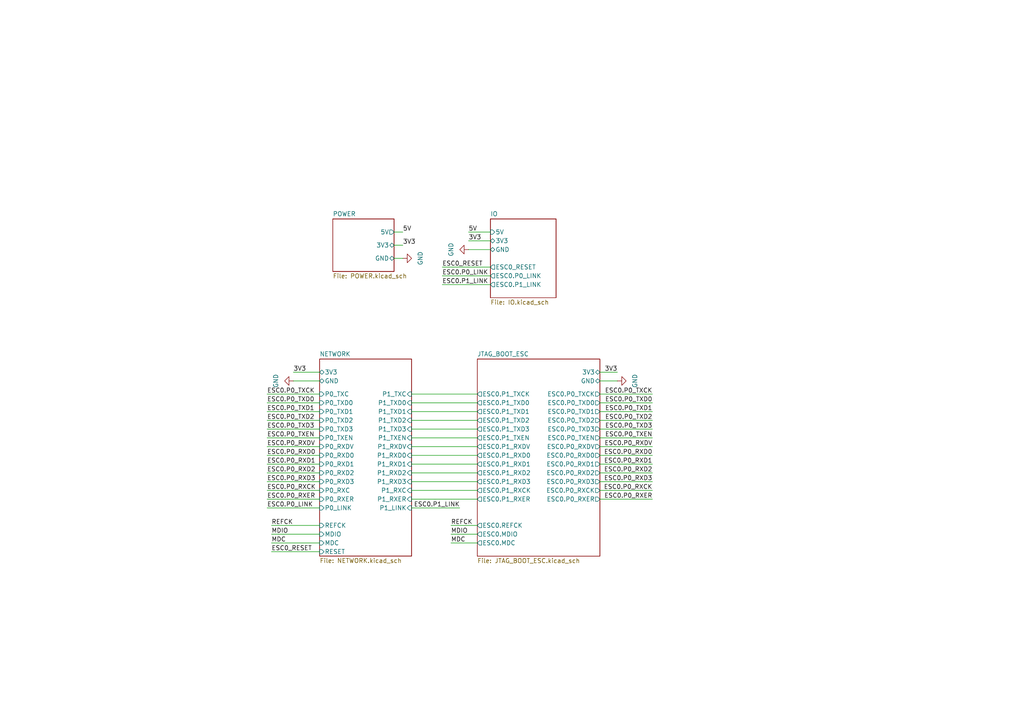
<source format=kicad_sch>
(kicad_sch (version 20250114) (generator "eeschema") (generator_version "9.0")
  (paper "A4")
  (title_block (title "HPM5E31IPB1") (date "2025-10-30") (rev "V0.1") (company "MouseGlueBoard"))
  (lib_symbols
    (symbol "power:GND" (power) (pin_numbers (hide yes)) (pin_names (offset 0) (hide yes))
      (property "Value" "GND" (at 0 -3.81 0))
      (symbol "GND_0_1"
        (polyline (pts (xy 0 0) (xy 0 -1.27) (xy 1.27 -1.27) (xy 0 -2.54) (xy -1.27 -1.27) (xy 0 -1.27)))
      )
      (symbol "GND_1_1"
        (pin power_in line (at 0 0 270) (length 0) (name "~") (number "1"))
      )
    )
  )
  (wire (pts (xy 92.71 116.84) (xy 77.47 116.84)))
  (wire (pts (xy 92.71 139.7) (xy 77.47 139.7)))
  (wire (pts (xy 114.3 74.93) (xy 116.84 74.93)))
  (wire (pts (xy 92.71 121.92) (xy 77.47 121.92)))
  (wire (pts (xy 119.38 147.32) (xy 133.35 147.32)))
  (wire (pts (xy 173.99 116.84) (xy 189.23 116.84)))
  (wire (pts (xy 119.38 127) (xy 138.43 127)))
  (wire (pts (xy 114.3 71.12) (xy 116.84 71.12)))
  (wire (pts (xy 173.99 137.16) (xy 189.23 137.16)))
  (wire (pts (xy 92.71 129.54) (xy 77.47 129.54)))
  (wire (pts (xy 173.99 129.54) (xy 189.23 129.54)))
  (wire (pts (xy 128.27 77.47) (xy 142.24 77.47)))
  (wire (pts (xy 119.38 139.7) (xy 138.43 139.7)))
  (wire (pts (xy 130.81 152.4) (xy 138.43 152.4)))
  (wire (pts (xy 173.99 124.46) (xy 189.23 124.46)))
  (wire (pts (xy 92.71 134.62) (xy 77.47 134.62)))
  (wire (pts (xy 173.99 127) (xy 189.23 127)))
  (wire (pts (xy 92.71 119.38) (xy 77.47 119.38)))
  (wire (pts (xy 92.71 124.46) (xy 77.47 124.46)))
  (wire (pts (xy 130.81 154.94) (xy 138.43 154.94)))
  (wire (pts (xy 173.99 107.95) (xy 179.07 107.95)))
  (wire (pts (xy 173.99 134.62) (xy 189.23 134.62)))
  (wire (pts (xy 119.38 134.62) (xy 138.43 134.62)))
  (wire (pts (xy 92.71 114.3) (xy 77.47 114.3)))
  (wire (pts (xy 119.38 116.84) (xy 138.43 116.84)))
  (wire (pts (xy 130.81 157.48) (xy 138.43 157.48)))
  (wire (pts (xy 173.99 121.92) (xy 189.23 121.92)))
  (wire (pts (xy 119.38 129.54) (xy 138.43 129.54)))
  (wire (pts (xy 92.71 127) (xy 77.47 127)))
  (wire (pts (xy 173.99 139.7) (xy 189.23 139.7)))
  (wire (pts (xy 92.71 144.78) (xy 77.47 144.78)))
  (wire (pts (xy 119.38 132.08) (xy 138.43 132.08)))
  (wire (pts (xy 119.38 137.16) (xy 138.43 137.16)))
  (wire (pts (xy 128.27 82.55) (xy 142.24 82.55)))
  (wire (pts (xy 78.74 154.94) (xy 92.71 154.94)))
  (wire (pts (xy 119.38 124.46) (xy 138.43 124.46)))
  (wire (pts (xy 135.89 72.39) (xy 142.24 72.39)))
  (wire (pts (xy 85.09 107.95) (xy 92.71 107.95)))
  (wire (pts (xy 119.38 142.24) (xy 138.43 142.24)))
  (wire (pts (xy 114.3 67.31) (xy 116.84 67.31)))
  (wire (pts (xy 173.99 114.3) (xy 189.23 114.3)))
  (wire (pts (xy 77.47 147.32) (xy 92.71 147.32)))
  (wire (pts (xy 78.74 152.4) (xy 92.71 152.4)))
  (wire (pts (xy 85.09 110.49) (xy 92.71 110.49)))
  (wire (pts (xy 173.99 142.24) (xy 189.23 142.24)))
  (wire (pts (xy 119.38 121.92) (xy 138.43 121.92)))
  (wire (pts (xy 119.38 144.78) (xy 138.43 144.78)))
  (wire (pts (xy 135.89 67.31) (xy 142.24 67.31)))
  (wire (pts (xy 92.71 132.08) (xy 77.47 132.08)))
  (wire (pts (xy 128.27 80.01) (xy 142.24 80.01)))
  (wire (pts (xy 173.99 110.49) (xy 179.07 110.49)))
  (wire (pts (xy 173.99 119.38) (xy 189.23 119.38)))
  (wire (pts (xy 92.71 142.24) (xy 77.47 142.24)))
  (wire (pts (xy 135.89 69.85) (xy 142.24 69.85)))
  (wire (pts (xy 92.71 137.16) (xy 77.47 137.16)))
  (wire (pts (xy 173.99 132.08) (xy 189.23 132.08)))
  (wire (pts (xy 78.74 157.48) (xy 92.71 157.48)))
  (wire (pts (xy 78.74 160.02) (xy 92.71 160.02)))
  (wire (pts (xy 173.99 144.78) (xy 189.23 144.78)))
  (wire (pts (xy 119.38 119.38) (xy 138.43 119.38)))
  (wire (pts (xy 119.38 114.3) (xy 138.43 114.3)))
  (label "ESC0.P0_RXD2" (at 189.23 137.16 180))
  (label "ESC0_RESET" (at 128.27 77.47 0))
  (label "ESC0.P0_LINK" (at 128.27 80.01 0))
  (label "ESC0.P0_TXCK" (at 77.47 114.3 0))
  (label "REFCK" (at 130.81 152.4 0))
  (label "ESC0.P0_TXD0" (at 189.23 116.84 180))
  (label "ESC0.P0_RXCK" (at 77.47 142.24 0))
  (label "3V3" (at 85.09 107.95 0))
  (label "ESC0.P0_RXD2" (at 77.47 137.16 0))
  (label "ESC0.P0_RXD1" (at 77.47 134.62 0))
  (label "3V3" (at 135.89 69.85 0))
  (label "5V" (at 135.89 67.31 0))
  (label "ESC0.P0_RXD3" (at 77.47 139.7 0))
  (label "ESC0.P0_RXER" (at 189.23 144.78 180))
  (label "ESC0.P0_TXD3" (at 189.23 124.46 180))
  (label "MDC" (at 78.74 157.48 0))
  (label "ESC0.P0_TXEN" (at 189.23 127 180))
  (label "3V3" (at 179.07 107.95 180))
  (label "3V3" (at 116.84 71.12 0))
  (label "ESC0.P0_TXD1" (at 189.23 119.38 180))
  (label "ESC0.P0_TXD2" (at 77.47 121.92 0))
  (label "ESC0.P0_LINK" (at 77.47 147.32 0))
  (label "ESC0.P0_TXD2" (at 189.23 121.92 180))
  (label "ESC0.P0_RXDV" (at 77.47 129.54 0))
  (label "ESC0.P0_RXCK" (at 189.23 142.24 180))
  (label "ESC0.P0_RXDV" (at 189.23 129.54 180))
  (label "ESC0.P0_RXER" (at 77.47 144.78 0))
  (label "ESC0_RESET" (at 78.74 160.02 0))
  (label "ESC0.P0_TXD3" (at 77.47 124.46 0))
  (label "REFCK" (at 78.74 152.4 0))
  (label "ESC0.P0_RXD3" (at 189.23 139.7 180))
  (label "ESC0.P0_TXCK" (at 189.23 114.3 180))
  (label "MDC" (at 130.81 157.48 0))
  (label "ESC0.P0_TXD1" (at 77.47 119.38 0))
  (label "MDIO" (at 78.74 154.94 0))
  (label "ESC0.P0_RXD0" (at 189.23 132.08 180))
  (label "ESC0.P0_RXD0" (at 77.47 132.08 0))
  (label "MDIO" (at 130.81 154.94 0))
  (label "ESC0.P0_RXD1" (at 189.23 134.62 180))
  (label "ESC0.P1_LINK" (at 128.27 82.55 0))
  (label "ESC0.P0_TXEN" (at 77.47 127 0))
  (label "ESC0.P0_TXD0" (at 77.47 116.84 0))
  (label "ESC0.P1_LINK" (at 133.35 147.32 180))
  (label "5V" (at 116.84 67.31 0))
  (symbol (lib_id "power:GND") (at 135.89 72.39 270) (mirror x) (unit 1)
    (property "Reference" "#PWR03" (effects (hide yes)))
    (property "Value" "GND" (at 130.81 72.39 0))
    (property "Description" "Power symbol creates a global label with name \"GND\" , ground" (effects (hide yes)))
  )
  (symbol (lib_id "power:GND") (at 116.84 74.93 90) (unit 1)
    (property "Reference" "#PWR02" (effects (hide yes)))
    (property "Value" "GND" (at 121.92 74.93 0))
    (property "Description" "Power symbol creates a global label with name \"GND\" , ground" (effects (hide yes)))
  )
  (symbol (lib_id "power:GND") (at 85.09 110.49 270) (mirror x) (unit 1)
    (property "Reference" "#PWR01" (effects (hide yes)))
    (property "Value" "GND" (at 80.01 110.49 0))
    (property "Description" "Power symbol creates a global label with name \"GND\" , ground" (effects (hide yes)))
  )
  (symbol (lib_id "power:GND") (at 179.07 110.49 90) (unit 1)
    (property "Reference" "#PWR04" (effects (hide yes)))
    (property "Value" "GND" (at 184.15 110.49 0))
    (property "Description" "Power symbol creates a global label with name \"GND\" , ground" (effects (hide yes)))
  )
  (sheet (at 138.43 104.14) (size 35.56 57.1844) (stroke (width 0.1524))
    (property "Sheetname" "JTAG_BOOT_ESC" (at 138.43 103.4284 0) (effects (justify left bottom)))
    (property "Sheetfile" "JTAG_BOOT_ESC.kicad_sch" (at 138.43 161.909 0) (effects (justify left top)))
    (pin "3V3" bidirectional (at 173.99 107.95 0))
    (pin "GND" bidirectional (at 173.99 110.49 0))
    (pin "ESC0.REFCK" output (at 138.43 152.4 180))
    (pin "ESC0.MDIO" output (at 138.43 154.94 180))
    (pin "ESC0.MDC" output (at 138.43 157.48 180))
    (pin "ESC0.P0_TXCK" output (at 173.99 114.3 0))
    (pin "ESC0.P0_RXD3" output (at 173.99 139.7 0))
    (pin "ESC0.P0_RXD2" output (at 173.99 137.16 0))
    (pin "ESC0.P0_TXEN" output (at 173.99 127 0))
    (pin "ESC0.P0_TXD2" output (at 173.99 121.92 0))
    (pin "ESC0.P0_RXD1" output (at 173.99 134.62 0))
    (pin "ESC0.P0_TXD0" output (at 173.99 116.84 0))
    (pin "ESC0.P0_RXDV" output (at 173.99 129.54 0))
    (pin "ESC0.P0_RXD0" output (at 173.99 132.08 0))
    (pin "ESC0.P0_TXD3" output (at 173.99 124.46 0))
    (pin "ESC0.P0_TXD1" output (at 173.99 119.38 0))
    (pin "ESC0.P0_RXER" output (at 173.99 144.78 0))
    (pin "ESC0.P0_RXCK" output (at 173.99 142.24 0))
    (pin "ESC0.P1_TXEN" output (at 138.43 127 180))
    (pin "ESC0.P1_RXER" output (at 138.43 144.78 180))
    (pin "ESC0.P1_RXD2" output (at 138.43 137.16 180))
    (pin "ESC0.P1_RXDV" output (at 138.43 129.54 180))
    (pin "ESC0.P1_TXD0" output (at 138.43 116.84 180))
    (pin "ESC0.P1_TXCK" output (at 138.43 114.3 180))
    (pin "ESC0.P1_RXD3" output (at 138.43 139.7 180))
    (pin "ESC0.P1_TXD2" output (at 138.43 121.92 180))
    (pin "ESC0.P1_RXD1" output (at 138.43 134.62 180))
    (pin "ESC0.P1_TXD1" output (at 138.43 119.38 180))
    (pin "ESC0.P1_RXCK" output (at 138.43 142.24 180))
    (pin "ESC0.P1_TXD3" output (at 138.43 124.46 180))
    (pin "ESC0.P1_RXD0" output (at 138.43 132.08 180))
  )
  (sheet (at 92.71 104.14) (size 26.67 57.15) (stroke (width 0.1524))
    (property "Sheetname" "NETWORK" (at 92.71 103.4284 0) (effects (justify left bottom)))
    (property "Sheetfile" "NETWORK.kicad_sch" (at 92.71 161.8746 0) (effects (justify left top)))
    (pin "3V3" bidirectional (at 92.71 107.95 180))
    (pin "GND" bidirectional (at 92.71 110.49 180))
    (pin "P0_LINK" input (at 92.71 147.32 180))
    (pin "P0_RXC" input (at 92.71 142.24 180))
    (pin "P0_RXD0" input (at 92.71 132.08 180))
    (pin "P0_RXD3" input (at 92.71 139.7 180))
    (pin "P0_RXD2" input (at 92.71 137.16 180))
    (pin "P0_RXD1" input (at 92.71 134.62 180))
    (pin "P0_TXEN" input (at 92.71 127 180))
    (pin "P0_TXD0" input (at 92.71 116.84 180))
    (pin "P0_TXD1" input (at 92.71 119.38 180))
    (pin "P0_RXDV" input (at 92.71 129.54 180))
    (pin "P0_RXER" input (at 92.71 144.78 180))
    (pin "P0_TXC" input (at 92.71 114.3 180))
    (pin "P0_TXD3" input (at 92.71 124.46 180))
    (pin "P0_TXD2" input (at 92.71 121.92 180))
    (pin "P1_RXD2" input (at 119.38 137.16 0))
    (pin "P1_RXD3" input (at 119.38 139.7 0))
    (pin "P1_TXD0" input (at 119.38 116.84 0))
    (pin "P1_TXD2" input (at 119.38 121.92 0))
    (pin "P1_RXDV" input (at 119.38 129.54 0))
    (pin "P1_TXD1" input (at 119.38 119.38 0))
    (pin "P1_RXD0" input (at 119.38 132.08 0))
    (pin "P1_RXD1" input (at 119.38 134.62 0))
    (pin "P1_RXC" input (at 119.38 142.24 0))
    (pin "P1_RXER" input (at 119.38 144.78 0))
    (pin "P1_TXEN" input (at 119.38 127 0))
    (pin "P1_TXD3" input (at 119.38 124.46 0))
    (pin "P1_TXC" input (at 119.38 114.3 0))
    (pin "P1_LINK" input (at 119.38 147.32 0))
    (pin "REFCK" input (at 92.71 152.4 180))
    (pin "MDIO" input (at 92.71 154.94 180))
    (pin "MDC" input (at 92.71 157.48 180))
    (pin "RESET" input (at 92.71 160.02 180))
  )
  (sheet (at 142.24 63.5) (size 19.05 22.86) (stroke (width 0.1524))
    (property "Sheetname" "IO" (at 142.24 62.7884 0) (effects (justify left bottom)))
    (property "Sheetfile" "IO.kicad_sch" (at 142.24 86.9446 0) (effects (justify left top)))
    (pin "3V3" bidirectional (at 142.24 69.85 180))
    (pin "ESC0.P0_LINK" output (at 142.24 80.01 180))
    (pin "ESC0.P1_LINK" output (at 142.24 82.55 180))
    (pin "ESC0_RESET" output (at 142.24 77.47 180))
    (pin "GND" bidirectional (at 142.24 72.39 180))
    (pin "5V" input (at 142.24 67.31 180))
  )
  (sheet (at 96.52 63.5) (size 17.78 15.24) (stroke (width 0.1524))
    (property "Sheetname" "POWER" (at 96.52 62.7884 0) (effects (justify left bottom)))
    (property "Sheetfile" "POWER.kicad_sch" (at 96.52 79.3246 0) (effects (justify left top)))
    (pin "3V3" bidirectional (at 114.3 71.12 0))
    (pin "GND" bidirectional (at 114.3 74.93 0))
    (pin "5V" output (at 114.3 67.31 0))
  )
)
</source>
